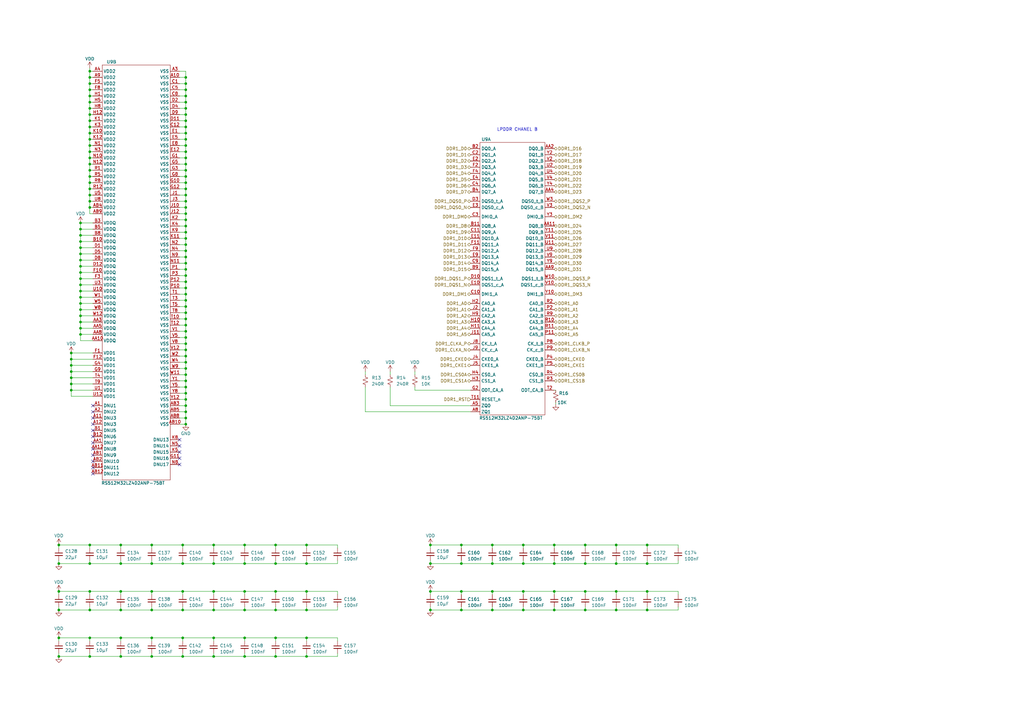
<source format=kicad_sch>
(kicad_sch (version 20230121) (generator eeschema)
  (paper "A3")
  (title_block (title "LPDDR chip 2 circuit") (date "2023-04-05") (rev "A"))
  (junction (at 76.2 158.75))
  (junction (at 87.63 250.19))
  (junction (at 24.13 250.19))
  (junction (at 33.02 101.6))
  (junction (at 265.43 223.52))
  (junction (at 36.83 31.75))
  (junction (at 76.2 123.19))
  (junction (at 125.73 250.19))
  (junction (at 62.23 231.14))
  (junction (at 36.83 59.69))
  (junction (at 76.2 64.77))
  (junction (at 49.53 261.62))
  (junction (at 36.83 67.31))
  (junction (at 36.83 46.99))
  (junction (at 36.83 41.91))
  (junction (at 76.2 87.63))
  (junction (at 36.83 250.19))
  (junction (at 76.2 67.31))
  (junction (at 36.83 231.14))
  (junction (at 36.83 69.85))
  (junction (at 49.53 242.57))
  (junction (at 125.73 261.62))
  (junction (at 74.93 261.62))
  (junction (at 62.23 242.57))
  (junction (at 76.2 74.93))
  (junction (at 76.2 102.87))
  (junction (at 76.2 100.33))
  (junction (at 74.93 242.57))
  (junction (at 29.21 147.32))
  (junction (at 36.83 242.57))
  (junction (at 36.83 82.55))
  (junction (at 125.73 223.52))
  (junction (at 36.83 36.83))
  (junction (at 62.23 250.19))
  (junction (at 36.83 74.93))
  (junction (at 33.02 111.76))
  (junction (at 76.2 31.75))
  (junction (at 76.2 120.65))
  (junction (at 87.63 231.14))
  (junction (at 33.02 116.84))
  (junction (at 76.2 146.05))
  (junction (at 76.2 77.47))
  (junction (at 36.83 64.77))
  (junction (at 189.23 250.19))
  (junction (at 36.83 80.01))
  (junction (at 76.2 153.67))
  (junction (at 49.53 223.52))
  (junction (at 33.02 91.44))
  (junction (at 100.33 250.19))
  (junction (at 76.2 69.85))
  (junction (at 74.93 223.52))
  (junction (at 36.83 269.24))
  (junction (at 76.2 80.01))
  (junction (at 74.93 269.24))
  (junction (at 76.2 138.43))
  (junction (at 29.21 149.86))
  (junction (at 76.2 156.21))
  (junction (at 29.21 152.4))
  (junction (at 125.73 231.14))
  (junction (at 36.83 49.53))
  (junction (at 76.2 52.07))
  (junction (at 76.2 173.99))
  (junction (at 76.2 107.95))
  (junction (at 29.21 154.94))
  (junction (at 49.53 231.14))
  (junction (at 265.43 242.57))
  (junction (at 36.83 62.23))
  (junction (at 76.2 128.27))
  (junction (at 100.33 261.62))
  (junction (at 76.2 115.57))
  (junction (at 252.73 250.19))
  (junction (at 76.2 49.53))
  (junction (at 29.21 144.78))
  (junction (at 29.21 160.02))
  (junction (at 33.02 134.62))
  (junction (at 252.73 231.14))
  (junction (at 87.63 242.57))
  (junction (at 76.2 39.37))
  (junction (at 176.53 231.14))
  (junction (at 113.03 250.19))
  (junction (at 33.02 106.68))
  (junction (at 62.23 269.24))
  (junction (at 214.63 250.19))
  (junction (at 113.03 242.57))
  (junction (at 87.63 269.24))
  (junction (at 76.2 46.99))
  (junction (at 36.83 261.62))
  (junction (at 189.23 231.14))
  (junction (at 76.2 57.15))
  (junction (at 176.53 223.52))
  (junction (at 176.53 250.19))
  (junction (at 33.02 96.52))
  (junction (at 33.02 114.3))
  (junction (at 227.33 223.52))
  (junction (at 201.93 242.57))
  (junction (at 201.93 223.52))
  (junction (at 76.2 148.59))
  (junction (at 76.2 41.91))
  (junction (at 36.83 52.07))
  (junction (at 76.2 110.49))
  (junction (at 36.83 72.39))
  (junction (at 76.2 90.17))
  (junction (at 33.02 121.92))
  (junction (at 87.63 261.62))
  (junction (at 201.93 231.14))
  (junction (at 76.2 85.09))
  (junction (at 76.2 62.23))
  (junction (at 33.02 109.22))
  (junction (at 76.2 161.29))
  (junction (at 227.33 250.19))
  (junction (at 36.83 57.15))
  (junction (at 252.73 223.52))
  (junction (at 76.2 44.45))
  (junction (at 252.73 242.57))
  (junction (at 24.13 242.57))
  (junction (at 76.2 92.71))
  (junction (at 76.2 59.69))
  (junction (at 113.03 223.52))
  (junction (at 33.02 93.98))
  (junction (at 36.83 44.45))
  (junction (at 49.53 250.19))
  (junction (at 76.2 95.25))
  (junction (at 100.33 269.24))
  (junction (at 76.2 97.79))
  (junction (at 113.03 261.62))
  (junction (at 33.02 129.54))
  (junction (at 76.2 125.73))
  (junction (at 33.02 137.16))
  (junction (at 240.03 242.57))
  (junction (at 74.93 250.19))
  (junction (at 113.03 231.14))
  (junction (at 33.02 104.14))
  (junction (at 24.13 261.62))
  (junction (at 49.53 269.24))
  (junction (at 189.23 242.57))
  (junction (at 214.63 223.52))
  (junction (at 33.02 119.38))
  (junction (at 265.43 231.14))
  (junction (at 76.2 135.89))
  (junction (at 214.63 242.57))
  (junction (at 76.2 36.83))
  (junction (at 76.2 118.11))
  (junction (at 24.13 269.24))
  (junction (at 36.83 29.21))
  (junction (at 36.83 34.29))
  (junction (at 227.33 231.14))
  (junction (at 240.03 223.52))
  (junction (at 24.13 223.52))
  (junction (at 76.2 171.45))
  (junction (at 74.93 231.14))
  (junction (at 265.43 250.19))
  (junction (at 76.2 54.61))
  (junction (at 87.63 223.52))
  (junction (at 76.2 130.81))
  (junction (at 36.83 77.47))
  (junction (at 76.2 133.35))
  (junction (at 100.33 223.52))
  (junction (at 201.93 250.19))
  (junction (at 62.23 261.62))
  (junction (at 125.73 269.24))
  (junction (at 240.03 231.14))
  (junction (at 76.2 113.03))
  (junction (at 76.2 143.51))
  (junction (at 76.2 82.55))
  (junction (at 33.02 99.06))
  (junction (at 240.03 250.19))
  (junction (at 62.23 223.52))
  (junction (at 100.33 242.57))
  (junction (at 33.02 132.08))
  (junction (at 100.33 231.14))
  (junction (at 29.21 157.48))
  (junction (at 227.33 242.57))
  (junction (at 76.2 166.37))
  (junction (at 33.02 124.46))
  (junction (at 36.83 85.09))
  (junction (at 76.2 163.83))
  (junction (at 76.2 72.39))
  (junction (at 76.2 34.29))
  (junction (at 76.2 151.13))
  (junction (at 76.2 168.91))
  (junction (at 36.83 54.61))
  (junction (at 76.2 105.41))
  (junction (at 24.13 231.14))
  (junction (at 176.53 242.57))
  (junction (at 33.02 127))
  (junction (at 36.83 223.52))
  (junction (at 125.73 242.57))
  (junction (at 113.03 269.24))
  (junction (at 214.63 231.14))
  (junction (at 189.23 223.52))
  (junction (at 76.2 140.97))
  (junction (at 36.83 39.37))
  (no_connect (at 73.66 187.96))
  (no_connect (at 38.1 181.61))
  (no_connect (at 38.1 184.15))
  (no_connect (at 38.1 186.69))
  (no_connect (at 73.66 180.34))
  (no_connect (at 38.1 194.31))
  (no_connect (at 38.1 191.77))
  (no_connect (at 38.1 179.07))
  (no_connect (at 38.1 166.37))
  (no_connect (at 73.66 185.42))
  (no_connect (at 38.1 168.91))
  (no_connect (at 38.1 176.53))
  (no_connect (at 73.66 182.88))
  (no_connect (at 38.1 171.45))
  (no_connect (at 38.1 189.23))
  (no_connect (at 38.1 173.99))
  (no_connect (at 73.66 190.5))
  (wire (pts (xy 76.2 80.01) (xy 76.2 77.47)))
  (wire (pts (xy 33.02 96.52) (xy 38.1 96.52)))
  (wire (pts (xy 24.13 229.87) (xy 24.13 231.14)))
  (wire (pts (xy 73.66 95.25) (xy 76.2 95.25)))
  (wire (pts (xy 36.83 80.01) (xy 38.1 80.01)))
  (wire (pts (xy 73.66 34.29) (xy 76.2 34.29)))
  (wire (pts (xy 36.83 72.39) (xy 36.83 74.93)))
  (wire (pts (xy 265.43 248.92) (xy 265.43 250.19)))
  (wire (pts (xy 76.2 138.43) (xy 76.2 135.89)))
  (wire (pts (xy 36.83 39.37) (xy 36.83 41.91)))
  (wire (pts (xy 29.21 149.86) (xy 38.1 149.86)))
  (wire (pts (xy 29.21 160.02) (xy 29.21 157.48)))
  (wire (pts (xy 138.43 269.24) (xy 138.43 267.97)))
  (wire (pts (xy 189.23 248.92) (xy 189.23 250.19)))
  (wire (pts (xy 73.66 146.05) (xy 76.2 146.05)))
  (wire (pts (xy 73.66 57.15) (xy 76.2 57.15)))
  (wire (pts (xy 36.83 69.85) (xy 36.83 72.39)))
  (wire (pts (xy 125.73 269.24) (xy 138.43 269.24)))
  (wire (pts (xy 36.83 62.23) (xy 36.83 64.77)))
  (wire (pts (xy 76.2 113.03) (xy 76.2 110.49)))
  (wire (pts (xy 160.02 152.4) (xy 160.02 153.67)))
  (wire (pts (xy 36.83 57.15) (xy 38.1 57.15)))
  (wire (pts (xy 76.2 140.97) (xy 76.2 138.43)))
  (wire (pts (xy 33.02 96.52) (xy 33.02 93.98)))
  (wire (pts (xy 227.33 223.52) (xy 227.33 224.79)))
  (wire (pts (xy 49.53 248.92) (xy 49.53 250.19)))
  (wire (pts (xy 73.66 163.83) (xy 76.2 163.83)))
  (wire (pts (xy 201.93 231.14) (xy 214.63 231.14)))
  (wire (pts (xy 36.83 52.07) (xy 36.83 54.61)))
  (wire (pts (xy 33.02 104.14) (xy 33.02 101.6)))
  (wire (pts (xy 76.2 133.35) (xy 76.2 130.81)))
  (wire (pts (xy 24.13 248.92) (xy 24.13 250.19)))
  (wire (pts (xy 125.73 229.87) (xy 125.73 231.14)))
  (wire (pts (xy 160.02 166.37) (xy 160.02 158.75)))
  (wire (pts (xy 87.63 269.24) (xy 100.33 269.24)))
  (wire (pts (xy 113.03 248.92) (xy 113.03 250.19)))
  (wire (pts (xy 36.83 64.77) (xy 36.83 67.31)))
  (wire (pts (xy 76.2 69.85) (xy 76.2 67.31)))
  (wire (pts (xy 36.83 87.63) (xy 36.83 85.09)))
  (wire (pts (xy 49.53 223.52) (xy 62.23 223.52)))
  (wire (pts (xy 278.13 231.14) (xy 278.13 229.87)))
  (wire (pts (xy 87.63 229.87) (xy 87.63 231.14)))
  (wire (pts (xy 73.66 67.31) (xy 76.2 67.31)))
  (wire (pts (xy 73.66 64.77) (xy 76.2 64.77)))
  (wire (pts (xy 36.83 74.93) (xy 36.83 77.47)))
  (wire (pts (xy 24.13 269.24) (xy 36.83 269.24)))
  (wire (pts (xy 73.66 62.23) (xy 76.2 62.23)))
  (wire (pts (xy 33.02 127) (xy 33.02 124.46)))
  (wire (pts (xy 73.66 69.85) (xy 76.2 69.85)))
  (wire (pts (xy 113.03 250.19) (xy 125.73 250.19)))
  (wire (pts (xy 278.13 223.52) (xy 278.13 224.79)))
  (wire (pts (xy 76.2 146.05) (xy 76.2 143.51)))
  (wire (pts (xy 49.53 242.57) (xy 49.53 243.84)))
  (wire (pts (xy 24.13 242.57) (xy 24.13 243.84)))
  (wire (pts (xy 73.66 166.37) (xy 76.2 166.37)))
  (wire (pts (xy 176.53 231.14) (xy 189.23 231.14)))
  (wire (pts (xy 36.83 49.53) (xy 38.1 49.53)))
  (wire (pts (xy 36.83 31.75) (xy 38.1 31.75)))
  (wire (pts (xy 100.33 267.97) (xy 100.33 269.24)))
  (wire (pts (xy 76.2 118.11) (xy 76.2 115.57)))
  (wire (pts (xy 73.66 158.75) (xy 76.2 158.75)))
  (wire (pts (xy 36.83 223.52) (xy 49.53 223.52)))
  (wire (pts (xy 87.63 248.92) (xy 87.63 250.19)))
  (wire (pts (xy 73.66 54.61) (xy 76.2 54.61)))
  (wire (pts (xy 176.53 250.19) (xy 189.23 250.19)))
  (wire (pts (xy 201.93 242.57) (xy 214.63 242.57)))
  (wire (pts (xy 227.33 250.19) (xy 240.03 250.19)))
  (wire (pts (xy 176.53 248.92) (xy 176.53 250.19)))
  (wire (pts (xy 36.83 67.31) (xy 38.1 67.31)))
  (wire (pts (xy 176.53 223.52) (xy 189.23 223.52)))
  (wire (pts (xy 36.83 248.92) (xy 36.83 250.19)))
  (wire (pts (xy 76.2 29.21) (xy 73.66 29.21)))
  (wire (pts (xy 73.66 85.09) (xy 76.2 85.09)))
  (wire (pts (xy 87.63 261.62) (xy 74.93 261.62)))
  (wire (pts (xy 36.83 242.57) (xy 36.83 243.84)))
  (wire (pts (xy 87.63 242.57) (xy 87.63 243.84)))
  (wire (pts (xy 76.2 72.39) (xy 76.2 69.85)))
  (wire (pts (xy 33.02 106.68) (xy 33.02 104.14)))
  (wire (pts (xy 189.23 242.57) (xy 189.23 243.84)))
  (wire (pts (xy 76.2 168.91) (xy 76.2 166.37)))
  (wire (pts (xy 36.83 41.91) (xy 38.1 41.91)))
  (wire (pts (xy 36.83 85.09) (xy 36.83 82.55)))
  (wire (pts (xy 36.83 46.99) (xy 38.1 46.99)))
  (wire (pts (xy 76.2 59.69) (xy 76.2 57.15)))
  (wire (pts (xy 33.02 106.68) (xy 38.1 106.68)))
  (wire (pts (xy 49.53 242.57) (xy 36.83 242.57)))
  (wire (pts (xy 36.83 57.15) (xy 36.83 59.69)))
  (wire (pts (xy 113.03 261.62) (xy 100.33 261.62)))
  (wire (pts (xy 73.66 82.55) (xy 76.2 82.55)))
  (wire (pts (xy 87.63 223.52) (xy 87.63 224.79)))
  (wire (pts (xy 62.23 250.19) (xy 74.93 250.19)))
  (wire (pts (xy 100.33 261.62) (xy 100.33 262.89)))
  (wire (pts (xy 87.63 250.19) (xy 100.33 250.19)))
  (wire (pts (xy 33.02 99.06) (xy 38.1 99.06)))
  (wire (pts (xy 76.2 46.99) (xy 76.2 44.45)))
  (wire (pts (xy 49.53 267.97) (xy 49.53 269.24)))
  (wire (pts (xy 36.83 261.62) (xy 36.83 262.89)))
  (wire (pts (xy 73.66 168.91) (xy 76.2 168.91)))
  (wire (pts (xy 62.23 223.52) (xy 74.93 223.52)))
  (wire (pts (xy 73.66 77.47) (xy 76.2 77.47)))
  (wire (pts (xy 113.03 242.57) (xy 100.33 242.57)))
  (wire (pts (xy 76.2 173.99) (xy 76.2 171.45)))
  (wire (pts (xy 76.2 161.29) (xy 76.2 158.75)))
  (wire (pts (xy 240.03 250.19) (xy 252.73 250.19)))
  (wire (pts (xy 201.93 243.84) (xy 201.93 242.57)))
  (wire (pts (xy 36.83 36.83) (xy 36.83 39.37)))
  (wire (pts (xy 76.2 44.45) (xy 76.2 41.91)))
  (wire (pts (xy 87.63 231.14) (xy 74.93 231.14)))
  (wire (pts (xy 240.03 223.52) (xy 240.03 224.79)))
  (wire (pts (xy 29.21 144.78) (xy 38.1 144.78)))
  (wire (pts (xy 36.83 67.31) (xy 36.83 69.85)))
  (wire (pts (xy 76.2 123.19) (xy 76.2 120.65)))
  (wire (pts (xy 36.83 72.39) (xy 38.1 72.39)))
  (wire (pts (xy 29.21 147.32) (xy 29.21 144.78)))
  (wire (pts (xy 170.18 160.02) (xy 170.18 158.75)))
  (wire (pts (xy 87.63 242.57) (xy 74.93 242.57)))
  (wire (pts (xy 36.83 36.83) (xy 38.1 36.83)))
  (wire (pts (xy 29.21 154.94) (xy 38.1 154.94)))
  (wire (pts (xy 214.63 223.52) (xy 227.33 223.52)))
  (wire (pts (xy 33.02 116.84) (xy 33.02 114.3)))
  (wire (pts (xy 73.66 46.99) (xy 76.2 46.99)))
  (wire (pts (xy 24.13 267.97) (xy 24.13 269.24)))
  (wire (pts (xy 33.02 116.84) (xy 38.1 116.84)))
  (wire (pts (xy 214.63 248.92) (xy 214.63 250.19)))
  (wire (pts (xy 36.83 59.69) (xy 36.83 62.23)))
  (wire (pts (xy 73.66 156.21) (xy 76.2 156.21)))
  (wire (pts (xy 176.53 224.79) (xy 176.53 223.52)))
  (wire (pts (xy 113.03 223.52) (xy 100.33 223.52)))
  (wire (pts (xy 29.21 147.32) (xy 38.1 147.32)))
  (wire (pts (xy 36.83 29.21) (xy 38.1 29.21)))
  (wire (pts (xy 73.66 87.63) (xy 76.2 87.63)))
  (wire (pts (xy 33.02 109.22) (xy 33.02 106.68)))
  (wire (pts (xy 36.83 34.29) (xy 36.83 31.75)))
  (wire (pts (xy 62.23 261.62) (xy 49.53 261.62)))
  (wire (pts (xy 73.66 105.41) (xy 76.2 105.41)))
  (wire (pts (xy 74.93 223.52) (xy 87.63 223.52)))
  (wire (pts (xy 33.02 114.3) (xy 33.02 111.76)))
  (wire (pts (xy 227.33 231.14) (xy 240.03 231.14)))
  (wire (pts (xy 265.43 223.52) (xy 278.13 223.52)))
  (wire (pts (xy 76.2 92.71) (xy 76.2 90.17)))
  (wire (pts (xy 74.93 261.62) (xy 62.23 261.62)))
  (wire (pts (xy 49.53 269.24) (xy 62.23 269.24)))
  (wire (pts (xy 113.03 231.14) (xy 100.33 231.14)))
  (wire (pts (xy 76.2 52.07) (xy 76.2 49.53)))
  (wire (pts (xy 76.2 62.23) (xy 76.2 59.69)))
  (wire (pts (xy 214.63 223.52) (xy 214.63 224.79)))
  (wire (pts (xy 33.02 124.46) (xy 33.02 121.92)))
  (wire (pts (xy 76.2 125.73) (xy 76.2 123.19)))
  (wire (pts (xy 138.43 229.87) (xy 138.43 231.14)))
  (wire (pts (xy 36.83 77.47) (xy 36.83 80.01)))
  (wire (pts (xy 227.33 248.92) (xy 227.33 250.19)))
  (wire (pts (xy 100.33 223.52) (xy 100.33 224.79)))
  (wire (pts (xy 33.02 93.98) (xy 33.02 91.44)))
  (wire (pts (xy 138.43 231.14) (xy 125.73 231.14)))
  (wire (pts (xy 38.1 87.63) (xy 36.83 87.63)))
  (wire (pts (xy 29.21 160.02) (xy 38.1 160.02)))
  (wire (pts (xy 73.66 120.65) (xy 76.2 120.65)))
  (wire (pts (xy 73.66 31.75) (xy 76.2 31.75)))
  (wire (pts (xy 76.2 143.51) (xy 76.2 140.97)))
  (wire (pts (xy 240.03 242.57) (xy 240.03 243.84)))
  (wire (pts (xy 62.23 242.57) (xy 49.53 242.57)))
  (wire (pts (xy 33.02 121.92) (xy 33.02 119.38)))
  (wire (pts (xy 36.83 69.85) (xy 38.1 69.85)))
  (wire (pts (xy 76.2 57.15) (xy 76.2 54.61)))
  (wire (pts (xy 125.73 242.57) (xy 113.03 242.57)))
  (wire (pts (xy 29.21 149.86) (xy 29.21 147.32)))
  (wire (pts (xy 36.83 267.97) (xy 36.83 269.24)))
  (wire (pts (xy 73.66 123.19) (xy 76.2 123.19)))
  (wire (pts (xy 265.43 223.52) (xy 265.43 224.79)))
  (wire (pts (xy 33.02 109.22) (xy 38.1 109.22)))
  (wire (pts (xy 227.965 165.1) (xy 227.965 165.735)))
  (wire (pts (xy 87.63 267.97) (xy 87.63 269.24)))
  (wire (pts (xy 76.2 39.37) (xy 76.2 36.83)))
  (wire (pts (xy 33.02 101.6) (xy 38.1 101.6)))
  (wire (pts (xy 170.18 152.4) (xy 170.18 153.67)))
  (wire (pts (xy 176.53 242.57) (xy 176.53 243.84)))
  (wire (pts (xy 36.83 29.21) (xy 36.83 27.94)))
  (wire (pts (xy 62.23 261.62) (xy 62.23 262.89)))
  (wire (pts (xy 76.2 82.55) (xy 76.2 80.01)))
  (wire (pts (xy 73.66 130.81) (xy 76.2 130.81)))
  (wire (pts (xy 36.83 59.69) (xy 38.1 59.69)))
  (wire (pts (xy 36.83 54.61) (xy 36.83 57.15)))
  (wire (pts (xy 49.53 261.62) (xy 36.83 261.62)))
  (wire (pts (xy 73.66 74.93) (xy 76.2 74.93)))
  (wire (pts (xy 62.23 223.52) (xy 62.23 224.79)))
  (wire (pts (xy 76.2 31.75) (xy 76.2 29.21)))
  (wire (pts (xy 74.93 261.62) (xy 74.93 262.89)))
  (wire (pts (xy 138.43 250.19) (xy 138.43 248.92)))
  (wire (pts (xy 36.83 64.77) (xy 38.1 64.77)))
  (wire (pts (xy 252.73 250.19) (xy 265.43 250.19)))
  (wire (pts (xy 227.33 223.52) (xy 240.03 223.52)))
  (wire (pts (xy 36.83 229.87) (xy 36.83 231.14)))
  (wire (pts (xy 73.66 153.67) (xy 76.2 153.67)))
  (wire (pts (xy 73.66 92.71) (xy 76.2 92.71)))
  (wire (pts (xy 74.93 250.19) (xy 87.63 250.19)))
  (wire (pts (xy 201.93 223.52) (xy 201.93 224.79)))
  (wire (pts (xy 73.66 39.37) (xy 76.2 39.37)))
  (wire (pts (xy 73.66 118.11) (xy 76.2 118.11)))
  (wire (pts (xy 73.66 140.97) (xy 76.2 140.97)))
  (wire (pts (xy 36.83 82.55) (xy 38.1 82.55)))
  (wire (pts (xy 36.83 242.57) (xy 24.13 242.57)))
  (wire (pts (xy 76.2 151.13) (xy 76.2 148.59)))
  (wire (pts (xy 76.2 156.21) (xy 76.2 153.67)))
  (wire (pts (xy 76.2 105.41) (xy 76.2 102.87)))
  (wire (pts (xy 100.33 269.24) (xy 113.03 269.24)))
  (wire (pts (xy 76.2 67.31) (xy 76.2 64.77)))
  (wire (pts (xy 33.02 129.54) (xy 33.02 127)))
  (wire (pts (xy 125.73 261.62) (xy 125.73 262.89)))
  (wire (pts (xy 74.93 229.87) (xy 74.93 231.14)))
  (wire (pts (xy 214.63 242.57) (xy 227.33 242.57)))
  (wire (pts (xy 76.2 163.83) (xy 76.2 161.29)))
  (wire (pts (xy 73.66 90.17) (xy 76.2 90.17)))
  (wire (pts (xy 49.53 250.19) (xy 62.23 250.19)))
  (wire (pts (xy 125.73 223.52) (xy 113.03 223.52)))
  (wire (pts (xy 201.93 223.52) (xy 214.63 223.52)))
  (wire (pts (xy 76.2 95.25) (xy 76.2 92.71)))
  (wire (pts (xy 113.03 269.24) (xy 125.73 269.24)))
  (wire (pts (xy 24.13 223.52) (xy 24.13 224.79)))
  (wire (pts (xy 73.66 133.35) (xy 76.2 133.35)))
  (wire (pts (xy 189.23 229.87) (xy 189.23 231.14)))
  (wire (pts (xy 201.93 229.87) (xy 201.93 231.14)))
  (wire (pts (xy 74.93 242.57) (xy 62.23 242.57)))
  (wire (pts (xy 76.2 41.91) (xy 76.2 39.37)))
  (wire (pts (xy 76.2 49.53) (xy 76.2 46.99)))
  (wire (pts (xy 73.66 100.33) (xy 76.2 100.33)))
  (wire (pts (xy 62.23 267.97) (xy 62.23 269.24)))
  (wire (pts (xy 76.2 36.83) (xy 76.2 34.29)))
  (wire (pts (xy 29.21 162.56) (xy 29.21 160.02)))
  (wire (pts (xy 214.63 229.87) (xy 214.63 231.14)))
  (wire (pts (xy 87.63 223.52) (xy 100.33 223.52)))
  (wire (pts (xy 138.43 242.57) (xy 125.73 242.57)))
  (wire (pts (xy 33.02 119.38) (xy 38.1 119.38)))
  (wire (pts (xy 73.66 72.39) (xy 76.2 72.39)))
  (wire (pts (xy 138.43 223.52) (xy 125.73 223.52)))
  (wire (pts (xy 33.02 127) (xy 38.1 127)))
  (wire (pts (xy 125.73 267.97) (xy 125.73 269.24)))
  (wire (pts (xy 100.33 242.57) (xy 87.63 242.57)))
  (wire (pts (xy 113.03 242.57) (xy 113.03 243.84)))
  (wire (pts (xy 62.23 242.57) (xy 62.23 243.84)))
  (wire (pts (xy 73.66 80.01) (xy 76.2 80.01)))
  (wire (pts (xy 73.66 110.49) (xy 76.2 110.49)))
  (wire (pts (xy 76.2 120.65) (xy 76.2 118.11)))
  (wire (pts (xy 252.73 223.52) (xy 252.73 224.79)))
  (wire (pts (xy 125.73 231.14) (xy 113.03 231.14)))
  (wire (pts (xy 74.93 223.52) (xy 74.93 224.79)))
  (wire (pts (xy 36.83 231.14) (xy 24.13 231.14)))
  (wire (pts (xy 33.02 91.44) (xy 38.1 91.44)))
  (wire (pts (xy 76.2 107.95) (xy 76.2 105.41)))
  (wire (pts (xy 176.53 229.87) (xy 176.53 231.14)))
  (wire (pts (xy 74.93 248.92) (xy 74.93 250.19)))
  (wire (pts (xy 76.2 115.57) (xy 76.2 113.03)))
  (wire (pts (xy 73.66 171.45) (xy 76.2 171.45)))
  (wire (pts (xy 76.2 90.17) (xy 76.2 87.63)))
  (wire (pts (xy 100.33 261.62) (xy 87.63 261.62)))
  (wire (pts (xy 36.83 54.61) (xy 38.1 54.61)))
  (wire (pts (xy 76.2 110.49) (xy 76.2 107.95)))
  (wire (pts (xy 240.03 229.87) (xy 240.03 231.14)))
  (wire (pts (xy 138.43 243.84) (xy 138.43 242.57)))
  (wire (pts (xy 76.2 130.81) (xy 76.2 128.27)))
  (wire (pts (xy 33.02 104.14) (xy 38.1 104.14)))
  (wire (pts (xy 252.73 242.57) (xy 252.73 243.84)))
  (wire (pts (xy 113.03 223.52) (xy 113.03 224.79)))
  (wire (pts (xy 36.83 74.93) (xy 38.1 74.93)))
  (wire (pts (xy 74.93 231.14) (xy 62.23 231.14)))
  (wire (pts (xy 76.2 158.75) (xy 76.2 156.21)))
  (wire (pts (xy 33.02 137.16) (xy 38.1 137.16)))
  (wire (pts (xy 73.66 113.03) (xy 76.2 113.03)))
  (wire (pts (xy 33.02 119.38) (xy 33.02 116.84)))
  (wire (pts (xy 73.66 44.45) (xy 76.2 44.45)))
  (wire (pts (xy 33.02 137.16) (xy 33.02 134.62)))
  (wire (pts (xy 138.43 224.79) (xy 138.43 223.52)))
  (wire (pts (xy 74.93 269.24) (xy 87.63 269.24)))
  (wire (pts (xy 201.93 250.19) (xy 214.63 250.19)))
  (wire (pts (xy 73.66 161.29) (xy 76.2 161.29)))
  (wire (pts (xy 73.66 102.87) (xy 76.2 102.87)))
  (wire (pts (xy 29.21 154.94) (xy 29.21 152.4)))
  (wire (pts (xy 36.83 31.75) (xy 36.83 29.21)))
  (wire (pts (xy 62.23 231.14) (xy 49.53 231.14)))
  (wire (pts (xy 36.83 49.53) (xy 36.83 52.07)))
  (wire (pts (xy 240.03 248.92) (xy 240.03 250.19)))
  (wire (pts (xy 278.13 250.19) (xy 278.13 248.92)))
  (wire (pts (xy 36.83 250.19) (xy 49.53 250.19)))
  (wire (pts (xy 74.93 242.57) (xy 74.93 243.84)))
  (wire (pts (xy 33.02 134.62) (xy 33.02 132.08)))
  (wire (pts (xy 227.33 229.87) (xy 227.33 231.14)))
  (wire (pts (xy 73.66 97.79) (xy 76.2 97.79)))
  (wire (pts (xy 33.02 114.3) (xy 38.1 114.3)))
  (wire (pts (xy 149.86 152.4) (xy 149.86 153.67)))
  (wire (pts (xy 113.03 261.62) (xy 113.03 262.89)))
  (wire (pts (xy 100.33 229.87) (xy 100.33 231.14)))
  (wire (pts (xy 76.2 102.87) (xy 76.2 100.33)))
  (wire (pts (xy 76.2 135.89) (xy 76.2 133.35)))
  (wire (pts (xy 24.13 250.19) (xy 36.83 250.19)))
  (wire (pts (xy 265.43 231.14) (xy 278.13 231.14)))
  (wire (pts (xy 149.86 168.91) (xy 193.04 168.91)))
  (wire (pts (xy 73.66 59.69) (xy 76.2 59.69)))
  (wire (pts (xy 240.03 231.14) (xy 252.73 231.14)))
  (wire (pts (xy 76.2 64.77) (xy 76.2 62.23)))
  (wire (pts (xy 252.73 229.87) (xy 252.73 231.14)))
  (wire (pts (xy 189.23 250.19) (xy 201.93 250.19)))
  (wire (pts (xy 33.02 111.76) (xy 33.02 109.22)))
  (wire (pts (xy 73.66 143.51) (xy 76.2 143.51)))
  (wire (pts (xy 49.53 224.79) (xy 49.53 223.52)))
  (wire (pts (xy 29.21 157.48) (xy 38.1 157.48)))
  (wire (pts (xy 74.93 267.97) (xy 74.93 269.24)))
  (wire (pts (xy 176.53 242.57) (xy 189.23 242.57)))
  (wire (pts (xy 138.43 262.89) (xy 138.43 261.62)))
  (wire (pts (xy 214.63 242.57) (xy 214.63 243.84)))
  (wire (pts (xy 252.73 248.92) (xy 252.73 250.19)))
  (wire (pts (xy 113.03 229.87) (xy 113.03 231.14)))
  (wire (pts (xy 227.33 242.57) (xy 240.03 242.57)))
  (wire (pts (xy 76.2 148.59) (xy 76.2 146.05)))
  (wire (pts (xy 49.53 231.14) (xy 36.83 231.14)))
  (wire (pts (xy 49.53 229.87) (xy 49.53 231.14)))
  (wire (pts (xy 33.02 129.54) (xy 38.1 129.54)))
  (wire (pts (xy 113.03 267.97) (xy 113.03 269.24)))
  (wire (pts (xy 265.43 242.57) (xy 278.13 242.57)))
  (wire (pts (xy 189.23 242.57) (xy 201.93 242.57)))
  (wire (pts (xy 33.02 121.92) (xy 38.1 121.92)))
  (wire (pts (xy 36.83 44.45) (xy 36.83 46.99)))
  (wire (pts (xy 33.02 93.98) (xy 38.1 93.98)))
  (wire (pts (xy 252.73 223.52) (xy 265.43 223.52)))
  (wire (pts (xy 73.66 128.27) (xy 76.2 128.27)))
  (wire (pts (xy 36.83 46.99) (xy 36.83 49.53)))
  (wire (pts (xy 62.23 269.24) (xy 74.93 269.24)))
  (wire (pts (xy 33.02 111.76) (xy 38.1 111.76)))
  (wire (pts (xy 214.63 250.19) (xy 227.33 250.19)))
  (wire (pts (xy 227.33 242.57) (xy 227.33 243.84)))
  (wire (pts (xy 62.23 229.87) (xy 62.23 231.14)))
  (wire (pts (xy 73.66 148.59) (xy 76.2 148.59)))
  (wire (pts (xy 87.63 261.62) (xy 87.63 262.89)))
  (wire (pts (xy 36.83 41.91) (xy 36.83 44.45)))
  (wire (pts (xy 100.33 250.19) (xy 113.03 250.19)))
  (wire (pts (xy 36.83 34.29) (xy 36.83 36.83)))
  (wire (pts (xy 278.13 242.57) (xy 278.13 243.84)))
  (wire (pts (xy 36.83 85.09) (xy 38.1 85.09)))
  (wire (pts (xy 29.21 162.56) (xy 38.1 162.56)))
  (wire (pts (xy 240.03 242.57) (xy 252.73 242.57)))
  (wire (pts (xy 36.83 82.55) (xy 36.83 80.01)))
  (wire (pts (xy 76.2 153.67) (xy 76.2 151.13)))
  (wire (pts (xy 33.02 132.08) (xy 33.02 129.54)))
  (wire (pts (xy 33.02 132.08) (xy 38.1 132.08)))
  (wire (pts (xy 265.43 242.57) (xy 265.43 243.84)))
  (wire (pts (xy 214.63 231.14) (xy 227.33 231.14)))
  (wire (pts (xy 29.21 152.4) (xy 38.1 152.4)))
  (wire (pts (xy 29.21 152.4) (xy 29.21 149.86)))
  (wire (pts (xy 125.73 250.19) (xy 138.43 250.19)))
  (wire (pts (xy 160.02 166.37) (xy 193.04 166.37)))
  (wire (pts (xy 38.1 139.7) (xy 33.02 139.7)))
  (wire (pts (xy 73.66 173.99) (xy 76.2 173.99)))
  (wire (pts (xy 189.23 223.52) (xy 201.93 223.52)))
  (wire (pts (xy 24.13 261.62) (xy 24.13 262.89)))
  (wire (pts (xy 76.2 100.33) (xy 76.2 97.79)))
  (wire (pts (xy 29.21 157.48) (xy 29.21 154.94)))
  (wire (pts (xy 138.43 261.62) (xy 125.73 261.62)))
  (wire (pts (xy 125.73 242.57) (xy 125.73 243.84)))
  (wire (pts (xy 36.83 269.24) (xy 49.53 269.24)))
  (wire (pts (xy 38.1 77.47) (xy 36.83 77.47)))
  (wire (pts (xy 73.66 41.91) (xy 76.2 41.91)))
  (wire (pts (xy 240.03 223.52) (xy 252.73 223.52)))
  (wire (pts (xy 62.23 248.92) (xy 62.23 250.19)))
  (wire (pts (xy 76.2 166.37) (xy 76.2 163.83)))
  (wire (pts (xy 76.2 34.29) (xy 76.2 31.75)))
  (wire (pts (xy 73.66 151.13) (xy 76.2 151.13)))
  (wire (pts (xy 76.2 128.27) (xy 76.2 125.73)))
  (wire (pts (xy 36.83 52.07) (xy 38.1 52.07)))
  (wire (pts (xy 252.73 242.57) (xy 265.43 242.57)))
  (wire (pts (xy 73.66 125.73) (xy 76.2 125.73)))
  (wire (pts (xy 170.18 160.02) (xy 193.04 160.02)))
  (wire (pts (xy 33.02 139.7) (xy 33.02 137.16)))
  (wire (pts (xy 73.66 107.95) (xy 76.2 107.95)))
  (wire (pts (xy 100.33 231.14) (xy 87.63 231.14)))
  (wire (pts (xy 36.83 62.23) (xy 38.1 62.23)))
  (wire (pts (xy 76.2 77.47) (xy 76.2 74.93)))
  (wire (pts (xy 100.33 242.57) (xy 100.33 243.84)))
  (wire (pts (xy 100.33 248.92) (xy 100.33 250.19)))
  (wire (pts (xy 49.53 261.62) (xy 49.53 262.89)))
  (wire (pts (xy 201.93 248.92) (xy 201.93 250.19)))
  (wire (pts (xy 149.86 168.91) (xy 149.86 158.75)))
  (wire (pts (xy 73.66 135.89) (xy 76.2 135.89)))
  (wire (pts (xy 73.66 138.43) (xy 76.2 138.43)))
  (wire (pts (xy 265.43 250.19) (xy 278.13 250.19)))
  (wire (pts (xy 24.13 223.52) (xy 36.83 223.52)))
  (wire (pts (xy 73.66 36.83) (xy 76.2 36.83)))
  (wire (pts (xy 73.66 115.57) (xy 76.2 115.57)))
  (wire (pts (xy 73.66 52.07) (xy 76.2 52.07)))
  (wire (pts (xy 125.73 223.52) (xy 125.73 224.79)))
  (wire (pts (xy 73.66 49.53) (xy 76.2 49.53)))
  (wire (pts (xy 33.02 134.62) (xy 38.1 134.62)))
  (wire (pts (xy 36.83 39.37) (xy 38.1 39.37)))
  (wire (pts (xy 76.2 171.45) (xy 76.2 168.91)))
  (wire (pts (xy 227.33 160.02) (xy 227.965 160.02)))
  (wire (pts (xy 33.02 124.46) (xy 38.1 124.46)))
  (wire (pts (xy 125.73 248.92) (xy 125.73 250.19)))
  (wire (pts (xy 76.2 97.79) (xy 76.2 95.25)))
  (wire (pts (xy 36.83 34.29) (xy 38.1 34.29)))
  (wire (pts (xy 36.83 223.52) (xy 36.83 224.79)))
  (wire (pts (xy 33.02 101.6) (xy 33.02 99.06)))
  (wire (pts (xy 125.73 261.62) (xy 113.03 261.62)))
  (wire (pts (xy 76.2 85.09) (xy 76.2 82.55)))
  (wire (pts (xy 76.2 54.61) (xy 76.2 52.07)))
  (wire (pts (xy 265.43 229.87) (xy 265.43 231.14)))
  (wire (pts (xy 189.23 223.52) (xy 189.23 224.79)))
  (wire (pts (xy 76.2 74.93) (xy 76.2 72.39)))
  (wire (pts (xy 76.2 87.63) (xy 76.2 85.09)))
  (wire (pts (xy 189.23 231.14) (xy 201.93 231.14)))
  (wire (pts (xy 36.83 44.45) (xy 38.1 44.45)))
  (wire (pts (xy 252.73 231.14) (xy 265.43 231.14)))
  (wire (pts (xy 33.02 99.06) (xy 33.02 96.52)))
  (wire (pts (xy 36.83 261.62) (xy 24.13 261.62)))
  (text "LPDDR CHANEL B" (at 203.835 53.975 0) (effects (font (size 1.27 1.27)) (justify left bottom)))
  (hierarchical_label "DDR1_A4" (shape bidirectional) (at 227.33 134.62 0))
  (hierarchical_label "DDR1_DM1" (shape bidirectional) (at 193.04 120.65 180))
  (hierarchical_label "DDR1_D7" (shape bidirectional) (at 193.04 78.74 180))
  (hierarchical_label "DDR1_CLKB_N" (shape bidirectional) (at 227.33 143.51 0))
  (hierarchical_label "DDR1_D17" (shape bidirectional) (at 227.33 63.5 0))
  (hierarchical_label "DDR1_DQS2_P" (shape bidirectional) (at 227.33 82.55 0))
  (hierarchical_label "DDR1_CKE0" (shape bidirectional) (at 193.04 147.32 180))
  (hierarchical_label "DDR1_A3" (shape bidirectional) (at 193.04 132.08 180))
  (hierarchical_label "DDR1_D29" (shape bidirectional) (at 227.33 105.41 0))
  (hierarchical_label "DDR1_A1" (shape bidirectional) (at 227.33 127 0))
  (hierarchical_label "DDR1_CS1A" (shape bidirectional) (at 193.04 156.21 180))
  (hierarchical_label "DDR1_DQS3_P" (shape bidirectional) (at 227.33 114.3 0))
  (hierarchical_label "DDR1_A3" (shape bidirectional) (at 227.33 132.08 0))
  (hierarchical_label "DDR1_D9" (shape bidirectional) (at 193.04 95.25 180))
  (hierarchical_label "DDR1_DQS1_P" (shape bidirectional) (at 193.04 114.3 180))
  (hierarchical_label "DDR1_A5" (shape bidirectional) (at 193.04 137.16 180))
  (hierarchical_label "DDR1_CKE1" (shape bidirectional) (at 227.33 149.86 0))
  (hierarchical_label "DDR1_CLKA_N" (shape bidirectional) (at 193.04 143.51 180))
  (hierarchical_label "DDR1_D6" (shape bidirectional) (at 193.04 76.2 180))
  (hierarchical_label "DDR1_DM2" (shape bidirectional) (at 227.33 88.9 0))
  (hierarchical_label "DDR1_D15" (shape bidirectional) (at 193.04 110.49 180))
  (hierarchical_label "DDR1_D20" (shape bidirectional) (at 227.33 71.12 0))
  (hierarchical_label "DDR1_CS1B" (shape bidirectional) (at 227.33 156.21 0))
  (hierarchical_label "DDR1_DQS3_N" (shape bidirectional) (at 227.33 116.84 0))
  (hierarchical_label "DDR1_A0" (shape bidirectional) (at 193.04 124.46 180))
  (hierarchical_label "DDR1_D1" (shape bidirectional) (at 193.04 63.5 180))
  (hierarchical_label "DDR1_RST" (shape input) (at 193.04 163.83 180))
  (hierarchical_label "DDR1_D21" (shape bidirectional) (at 227.33 73.66 0))
  (hierarchical_label "DDR1_D8" (shape bidirectional) (at 193.04 92.71 180))
  (hierarchical_label "DDR1_D13" (shape bidirectional) (at 193.04 105.41 180))
  (hierarchical_label "DDR1_DM3" (shape bidirectional) (at 227.33 120.65 0))
  (hierarchical_label "DDR1_CLKA_P" (shape bidirectional) (at 193.04 140.97 180))
  (hierarchical_label "DDR1_A5" (shape bidirectional) (at 227.33 137.16 0))
  (hierarchical_label "DDR1_D28" (shape bidirectional) (at 227.33 102.87 0))
  (hierarchical_label "DDR1_D25" (shape bidirectional) (at 227.33 95.25 0))
  (hierarchical_label "DDR1_D31" (shape bidirectional) (at 227.33 110.49 0))
  (hierarchical_label "DDR1_D16" (shape bidirectional) (at 227.33 60.96 0))
  (hierarchical_label "DDR1_D22" (shape bidirectional) (at 227.33 76.2 0))
  (hierarchical_label "DDR1_CKE1" (shape bidirectional) (at 193.04 149.86 180))
  (hierarchical_label "DDR1_D4" (shape bidirectional) (at 193.04 71.12 180))
  (hierarchical_label "DDR1_D2" (shape bidirectional) (at 193.04 66.04 180))
  (hierarchical_label "DDR1_D12" (shape bidirectional) (at 193.04 102.87 180))
  (hierarchical_label "DDR1_DM0" (shape bidirectional) (at 193.04 88.9 180))
  (hierarchical_label "DDR1_CS0B" (shape bidirectional) (at 227.33 153.67 0))
  (hierarchical_label "DDR1_DQS0_N" (shape bidirectional) (at 193.04 85.09 180))
  (hierarchical_label "DDR1_D26" (shape bidirectional) (at 227.33 97.79 0))
  (hierarchical_label "DDR1_DQS1_N" (shape bidirectional) (at 193.04 116.84 180))
  (hierarchical_label "DDR1_D3" (shape bidirectional) (at 193.04 68.58 180))
  (hierarchical_label "DDR1_D19" (shape bidirectional) (at 227.33 68.58 0))
  (hierarchical_label "DDR1_DQS0_P" (shape bidirectional) (at 193.04 82.55 180))
  (hierarchical_label "DDR1_D11" (shape bidirectional) (at 193.04 100.33 180))
  (hierarchical_label "DDR1_CLKB_P" (shape bidirectional) (at 227.33 140.97 0))
  (hierarchical_label "DDR1_D24" (shape bidirectional) (at 227.33 92.71 0))
  (hierarchical_label "DDR1_D0" (shape bidirectional) (at 193.04 60.96 180))
  (hierarchical_label "DDR1_A0" (shape bidirectional) (at 227.33 124.46 0))
  (hierarchical_label "DDR1_CS0A" (shape bidirectional) (at 193.04 153.67 180))
  (hierarchical_label "DDR1_A2" (shape bidirectional) (at 227.33 129.54 0))
  (hierarchical_label "DDR1_A1" (shape bidirectional) (at 193.04 127 180))
  (hierarchical_label "DDR1_A2" (shape bidirectional) (at 193.04 129.54 180))
  (hierarchical_label "DDR1_CKE0" (shape bidirectional) (at 227.33 147.32 0))
  (hierarchical_label "DDR1_D5" (shape bidirectional) (at 193.04 73.66 180))
  (hierarchical_label "DDR1_D10" (shape bidirectional) (at 193.04 97.79 180))
  (hierarchical_label "DDR1_DQS2_N" (shape bidirectional) (at 227.33 85.09 0))
  (hierarchical_label "DDR1_D18" (shape bidirectional) (at 227.33 66.04 0))
  (hierarchical_label "DDR1_D27" (shape bidirectional) (at 227.33 100.33 0))
  (hierarchical_label "DDR1_D14" (shape bidirectional) (at 193.04 107.95 180))
  (hierarchical_label "DDR1_D23" (shape bidirectional) (at 227.33 78.74 0))
  (hierarchical_label "DDR1_D30" (shape bidirectional) (at 227.33 107.95 0))
  (hierarchical_label "DDR1_A4" (shape bidirectional) (at 193.04 134.62 180))
  (symbol (lib_id "power:VDD") (at 176.53 242.57 0) (unit 1)
    (property "Reference" "#PWR069" (effects hide))
    (property "Value" "VDD" (at 176.53 238.76 0))
  )
  (symbol (lib_id "power:VDD") (at 24.13 223.52 0) (unit 1)
    (property "Reference" "#PWR054" (effects hide))
    (property "Value" "VDD" (at 24.13 219.71 0))
  )
  (symbol (lib_id "Device:C_Small") (at 240.03 246.38 0) (unit 1)
    (property "Reference" "C169" (at 242.57 245.7513 0) (effects (justify left)))
    (property "Value" "100nF" (at 242.57 248.2913 0) (effects (justify left)))
    (property "Footprint" "Capacitor_SMD:C_0201_0603Metric" (effects hide))
  )
  (symbol (lib_id "Device:C_Small") (at 227.33 227.33 0) (unit 1)
    (property "Reference" "C166" (at 229.87 226.7013 0) (effects (justify left)))
    (property "Value" "100nF" (at 229.87 229.2413 0) (effects (justify left)))
    (property "Footprint" "Capacitor_SMD:C_0201_0603Metric" (effects hide))
  )
  (symbol (lib_id "Device:C_Small") (at 125.73 246.38 0) (unit 1)
    (property "Reference" "C153" (at 128.27 245.7513 0) (effects (justify left)))
    (property "Value" "100nF" (at 128.27 248.2913 0) (effects (justify left)))
    (property "Footprint" "Capacitor_SMD:C_0201_0603Metric" (effects hide))
  )
  (symbol (lib_id "Device:C_Small") (at 138.43 265.43 0) (unit 1)
    (property "Reference" "C157" (at 140.97 264.8013 0) (effects (justify left)))
    (property "Value" "100nF" (at 140.97 267.3413 0) (effects (justify left)))
    (property "Footprint" "Capacitor_SMD:C_0201_0603Metric" (effects hide))
  )
  (symbol (lib_id "Device:C_Small") (at 240.03 227.33 0) (unit 1)
    (property "Reference" "C168" (at 242.57 226.7013 0) (effects (justify left)))
    (property "Value" "100nF" (at 242.57 229.2413 0) (effects (justify left)))
    (property "Footprint" "Capacitor_SMD:C_0201_0603Metric" (effects hide))
  )
  (symbol (lib_id "power:GND") (at 24.13 269.24 0) (unit 1)
    (property "Reference" "#PWR059" (effects hide))
    (property "Value" "GND" (effects hide))
  )
  (symbol (lib_id "Device:C_Small") (at 278.13 246.38 0) (unit 1)
    (property "Reference" "C175" (at 280.67 245.7513 0) (effects (justify left)))
    (property "Value" "100nF" (at 280.67 248.2913 0) (effects (justify left)))
    (property "Footprint" "Capacitor_SMD:C_0201_0603Metric" (effects hide))
  )
  (symbol (lib_id "power:GND") (at 24.13 250.19 0) (unit 1)
    (property "Reference" "#PWR057" (effects hide))
    (property "Value" "GND" (effects hide))
  )
  (symbol (lib_id "Device:C_Small") (at 252.73 227.33 0) (unit 1)
    (property "Reference" "C170" (at 255.27 226.7013 0) (effects (justify left)))
    (property "Value" "100nF" (at 255.27 229.2413 0) (effects (justify left)))
    (property "Footprint" "Capacitor_SMD:C_0201_0603Metric" (effects hide))
  )
  (symbol (lib_id "Device:C_Small") (at 74.93 265.43 0) (unit 1)
    (property "Reference" "C142" (at 77.47 264.8013 0) (effects (justify left)))
    (property "Value" "100nF" (at 77.47 267.3413 0) (effects (justify left)))
    (property "Footprint" "Capacitor_SMD:C_0201_0603Metric" (effects hide))
  )
  (symbol (lib_id "power:VDD") (at 33.02 91.44 0) (unit 1)
    (property "Reference" "#PWR061" (effects hide))
    (property "Value" "VDD" (at 33.02 87.63 0))
  )
  (symbol (lib_id "Device:C_Small") (at 138.43 246.38 0) (unit 1)
    (property "Reference" "C156" (at 140.97 245.7513 0) (effects (justify left)))
    (property "Value" "100nF" (at 140.97 248.2913 0) (effects (justify left)))
    (property "Footprint" "Capacitor_SMD:C_0201_0603Metric" (effects hide))
  )
  (symbol (lib_id "Device:C_Small") (at 62.23 246.38 0) (unit 1)
    (property "Reference" "C138" (at 64.77 245.7513 0) (effects (justify left)))
    (property "Value" "100nF" (at 64.77 248.2913 0) (effects (justify left)))
    (property "Footprint" "Capacitor_SMD:C_0201_0603Metric" (effects hide))
  )
  (symbol (lib_id "power:GND") (at 24.13 231.14 0) (unit 1)
    (property "Reference" "#PWR055" (effects hide))
    (property "Value" "GND" (effects hide))
  )
  (symbol (lib_id "power:VDD") (at 29.21 144.78 0) (unit 1)
    (property "Reference" "#PWR060" (effects hide))
    (property "Value" "VDD" (at 29.21 140.97 0))
  )
  (symbol (lib_id "power:GND") (at 227.965 165.735 0) (unit 1)
    (property "Reference" "#PWR071" (effects hide))
    (property "Value" "GND" (effects hide))
  )
  (symbol (lib_id "Device:C_Small") (at 265.43 227.33 0) (unit 1)
    (property "Reference" "C172" (at 267.97 226.7013 0) (effects (justify left)))
    (property "Value" "100nF" (at 267.97 229.2413 0) (effects (justify left)))
    (property "Footprint" "Capacitor_SMD:C_0201_0603Metric" (effects hide))
  )
  (symbol (lib_id "power:GND") (at 176.53 231.14 0) (unit 1)
    (property "Reference" "#PWR068" (effects hide))
    (property "Value" "GND" (effects hide))
  )
  (symbol (lib_id "power:VDD") (at 24.13 261.62 0) (unit 1)
    (property "Reference" "#PWR058" (effects hide))
    (property "Value" "VDD" (at 24.13 257.81 0))
  )
  (symbol (lib_id "Device:C_Small") (at 24.13 227.33 0) (unit 1)
    (property "Reference" "C128" (at 26.67 226.0662 0) (effects (justify left)))
    (property "Value" "22µF" (at 26.67 228.6062 0) (effects (justify left)))
    (property "Footprint" "Capacitor_SMD:C_0603_1608Metric" (effects hide))
  )
  (symbol (lib_id "Device:C_Small") (at 74.93 246.38 0) (unit 1)
    (property "Reference" "C141" (at 77.47 245.7513 0) (effects (justify left)))
    (property "Value" "100nF" (at 77.47 248.2913 0) (effects (justify left)))
    (property "Footprint" "Capacitor_SMD:C_0201_0603Metric" (effects hide))
  )
  (symbol (lib_id "Device:C_Small") (at 125.73 265.43 0) (unit 1)
    (property "Reference" "C154" (at 128.27 264.8013 0) (effects (justify left)))
    (property "Value" "100nF" (at 128.27 267.3413 0) (effects (justify left)))
    (property "Footprint" "Capacitor_SMD:C_0201_0603Metric" (effects hide))
  )
  (symbol (lib_id "Device:C_Small") (at 87.63 246.38 0) (unit 1)
    (property "Reference" "C144" (at 90.17 245.7513 0) (effects (justify left)))
    (property "Value" "100nF" (at 90.17 248.2913 0) (effects (justify left)))
    (property "Footprint" "Capacitor_SMD:C_0201_0603Metric" (effects hide))
  )
  (symbol (lib_id "Device:C_Small") (at 49.53 246.38 0) (unit 1)
    (property "Reference" "C135" (at 52.07 245.7513 0) (effects (justify left)))
    (property "Value" "100nF" (at 52.07 248.2913 0) (effects (justify left)))
    (property "Footprint" "Capacitor_SMD:C_0201_0603Metric" (effects hide))
  )
  (symbol (lib_id "SOM_Library:RS512M32LZ4D2ANP-75BT") (at 209.55 246.38 0) (unit 1)
    (property "Reference" "U9" (at 199.39 57.15 0))
    (property "Value" "RS512M32LZ4D2ANP-75BT" (at 209.55 171.45 0))
  )
  (symbol (lib_id "Device:C_Small") (at 49.53 227.33 0) (unit 1)
    (property "Reference" "C134" (at 52.07 226.7013 0) (effects (justify left)))
    (property "Value" "100nF" (at 52.07 229.2413 0) (effects (justify left)))
    (property "Footprint" "Capacitor_SMD:C_0201_0603Metric" (effects hide))
  )
  (symbol (lib_id "Device:C_Small") (at 100.33 265.43 0) (unit 1)
    (property "Reference" "C148" (at 102.87 264.8013 0) (effects (justify left)))
    (property "Value" "100nF" (at 102.87 267.3413 0) (effects (justify left)))
    (property "Footprint" "Capacitor_SMD:C_0201_0603Metric" (effects hide))
  )
  (symbol (lib_id "Device:C_Small") (at 214.63 246.38 0) (unit 1)
    (property "Reference" "C165" (at 217.17 245.7513 0) (effects (justify left)))
    (property "Value" "100nF" (at 217.17 248.2913 0) (effects (justify left)))
    (property "Footprint" "Capacitor_SMD:C_0201_0603Metric" (effects hide))
  )
  (symbol (lib_id "Device:C_Small") (at 138.43 227.33 0) (unit 1)
    (property "Reference" "C155" (at 140.97 226.7013 0) (effects (justify left)))
    (property "Value" "100nF" (at 140.97 229.2413 0) (effects (justify left)))
    (property "Footprint" "Capacitor_SMD:C_0201_0603Metric" (effects hide))
  )
  (symbol (lib_id "Device:C_Small") (at 214.63 227.33 0) (unit 1)
    (property "Reference" "C164" (at 217.17 226.7013 0) (effects (justify left)))
    (property "Value" "100nF" (at 217.17 229.2413 0) (effects (justify left)))
    (property "Footprint" "Capacitor_SMD:C_0201_0603Metric" (effects hide))
  )
  (symbol (lib_id "Device:C_Small") (at 87.63 265.43 0) (unit 1)
    (property "Reference" "C145" (at 90.17 264.8013 0) (effects (justify left)))
    (property "Value" "100nF" (at 90.17 267.3413 0) (effects (justify left)))
    (property "Footprint" "Capacitor_SMD:C_0201_0603Metric" (effects hide))
  )
  (symbol (lib_id "Device:C_Small") (at 113.03 227.33 0) (unit 1)
    (property "Reference" "C149" (at 115.57 226.7013 0) (effects (justify left)))
    (property "Value" "100nF" (at 115.57 229.2413 0) (effects (justify left)))
    (property "Footprint" "Capacitor_SMD:C_0201_0603Metric" (effects hide))
  )
  (symbol (lib_id "Device:C_Small") (at 189.23 227.33 0) (unit 1)
    (property "Reference" "C160" (at 191.77 226.7013 0) (effects (justify left)))
    (property "Value" "100nF" (at 191.77 229.2413 0) (effects (justify left)))
    (property "Footprint" "Capacitor_SMD:C_0201_0603Metric" (effects hide))
  )
  (symbol (lib_id "Device:C_Small") (at 227.33 246.38 0) (unit 1)
    (property "Reference" "C167" (at 229.87 245.7513 0) (effects (justify left)))
    (property "Value" "100nF" (at 229.87 248.2913 0) (effects (justify left)))
    (property "Footprint" "Capacitor_SMD:C_0201_0603Metric" (effects hide))
  )
  (symbol (lib_id "Device:C_Small") (at 36.83 265.43 0) (unit 1)
    (property "Reference" "C133" (at 39.37 264.1662 0) (effects (justify left)))
    (property "Value" "10µF" (at 39.37 266.7062 0) (effects (justify left)))
    (property "Footprint" "Capacitor_SMD:C_0603_1608Metric" (effects hide))
  )
  (symbol (lib_id "Device:R_Small_US") (at 227.965 162.56 0) (mirror y) (unit 1)
    (property "Reference" "R16" (at 229.235 161.29 0) (effects (justify right)))
    (property "Value" "10K" (at 228.6 165.1 0) (effects (justify right)))
    (property "Footprint" "Resistor_SMD:R_0402_1005Metric" (effects hide))
  )
  (symbol (lib_id "power:VDD") (at 149.86 152.4 0) (unit 1)
    (property "Reference" "#PWR064" (effects hide))
    (property "Value" "VDD" (at 149.86 148.59 0))
  )
  (symbol (lib_id "power:GND") (at 76.2 173.99 0) (unit 1)
    (property "Reference" "#PWR063" (effects hide))
    (property "Value" "GND" (at 76.2 177.8 0))
  )
  (symbol (lib_id "Device:C_Small") (at 189.23 246.38 0) (unit 1)
    (property "Reference" "C161" (at 191.77 245.7513 0) (effects (justify left)))
    (property "Value" "100nF" (at 191.77 248.2913 0) (effects (justify left)))
    (property "Footprint" "Capacitor_SMD:C_0201_0603Metric" (effects hide))
  )
  (symbol (lib_id "Device:C_Small") (at 176.53 227.33 0) (unit 1)
    (property "Reference" "C158" (at 179.07 226.0662 0) (effects (justify left)))
    (property "Value" "10µF" (at 179.07 228.6062 0) (effects (justify left)))
    (property "Footprint" "Capacitor_SMD:C_0603_1608Metric" (effects hide))
  )
  (symbol (lib_id "Device:C_Small") (at 125.73 227.33 0) (unit 1)
    (property "Reference" "C152" (at 128.27 226.7013 0) (effects (justify left)))
    (property "Value" "100nF" (at 128.27 229.2413 0) (effects (justify left)))
    (property "Footprint" "Capacitor_SMD:C_0201_0603Metric" (effects hide))
  )
  (symbol (lib_id "Device:R_Small_US") (at 170.18 156.21 0) (unit 1)
    (property "Reference" "R15" (at 172.72 154.9399 0) (effects (justify left)))
    (property "Value" "10K" (at 172.72 157.4799 0) (effects (justify left)))
    (property "Footprint" "Resistor_SMD:R_0402_1005Metric" (effects hide))
  )
  (symbol (lib_id "Device:C_Small") (at 176.53 246.38 0) (unit 1)
    (property "Reference" "C159" (at 179.07 245.1162 0) (effects (justify left)))
    (property "Value" "10µF" (at 179.07 247.6562 0) (effects (justify left)))
    (property "Footprint" "Capacitor_SMD:C_0603_1608Metric" (effects hide))
  )
  (symbol (lib_id "Device:C_Small") (at 62.23 227.33 0) (unit 1)
    (property "Reference" "C137" (at 64.77 226.7013 0) (effects (justify left)))
    (property "Value" "100nF" (at 64.77 229.2413 0) (effects (justify left)))
    (property "Footprint" "Capacitor_SMD:C_0201_0603Metric" (effects hide))
  )
  (symbol (lib_id "Device:C_Small") (at 36.83 227.33 0) (unit 1)
    (property "Reference" "C131" (at 39.37 226.0662 0) (effects (justify left)))
    (property "Value" "10µF" (at 39.37 228.6062 0) (effects (justify left)))
    (property "Footprint" "Capacitor_SMD:C_0603_1608Metric" (effects hide))
  )
  (symbol (lib_id "Device:C_Small") (at 265.43 246.38 0) (unit 1)
    (property "Reference" "C173" (at 267.97 245.7513 0) (effects (justify left)))
    (property "Value" "100nF" (at 267.97 248.2913 0) (effects (justify left)))
    (property "Footprint" "Capacitor_SMD:C_0201_0603Metric" (effects hide))
  )
  (symbol (lib_id "Device:C_Small") (at 36.83 246.38 0) (unit 1)
    (property "Reference" "C132" (at 39.37 245.1162 0) (effects (justify left)))
    (property "Value" "10µF" (at 39.37 247.6562 0) (effects (justify left)))
    (property "Footprint" "Capacitor_SMD:C_0603_1608Metric" (effects hide))
  )
  (symbol (lib_id "Device:C_Small") (at 24.13 246.38 0) (unit 1)
    (property "Reference" "C129" (at 26.67 245.1162 0) (effects (justify left)))
    (property "Value" "22µF" (at 26.67 247.6562 0) (effects (justify left)))
    (property "Footprint" "Capacitor_SMD:C_0603_1608Metric" (effects hide))
  )
  (symbol (lib_id "Device:C_Small") (at 201.93 246.38 0) (unit 1)
    (property "Reference" "C163" (at 204.47 245.7513 0) (effects (justify left)))
    (property "Value" "100nF" (at 204.47 248.2913 0) (effects (justify left)))
    (property "Footprint" "Capacitor_SMD:C_0201_0603Metric" (effects hide))
  )
  (symbol (lib_id "power:VDD") (at 176.53 223.52 0) (unit 1)
    (property "Reference" "#PWR067" (effects hide))
    (property "Value" "VDD" (at 176.53 219.71 0))
  )
  (symbol (lib_id "Device:C_Small") (at 113.03 265.43 0) (unit 1)
    (property "Reference" "C151" (at 115.57 264.8013 0) (effects (justify left)))
    (property "Value" "100nF" (at 115.57 267.3413 0) (effects (justify left)))
    (property "Footprint" "Capacitor_SMD:C_0201_0603Metric" (effects hide))
  )
  (symbol (lib_id "Device:C_Small") (at 252.73 246.38 0) (unit 1)
    (property "Reference" "C171" (at 255.27 245.7513 0) (effects (justify left)))
    (property "Value" "100nF" (at 255.27 248.2913 0) (effects (justify left)))
    (property "Footprint" "Capacitor_SMD:C_0201_0603Metric" (effects hide))
  )
  (symbol (lib_id "Device:R_Small_US") (at 160.02 156.21 0) (unit 1)
    (property "Reference" "R14" (at 162.56 154.9399 0) (effects (justify left)))
    (property "Value" "240R" (at 162.56 157.4799 0) (effects (justify left)))
    (property "Footprint" "Resistor_SMD:R_0402_1005Metric" (effects hide))
  )
  (symbol (lib_id "Device:C_Small") (at 87.63 227.33 0) (unit 1)
    (property "Reference" "C143" (at 90.17 226.7013 0) (effects (justify left)))
    (property "Value" "100nF" (at 90.17 229.2413 0) (effects (justify left)))
    (property "Footprint" "Capacitor_SMD:C_0201_0603Metric" (effects hide))
  )
  (symbol (lib_id "power:VDD") (at 24.13 242.57 0) (unit 1)
    (property "Reference" "#PWR056" (effects hide))
    (property "Value" "VDD" (at 24.13 238.76 0))
  )
  (symbol (lib_id "power:VDD") (at 160.02 152.4 0) (unit 1)
    (property "Reference" "#PWR065" (effects hide))
    (property "Value" "VDD" (at 160.02 148.59 0))
  )
  (symbol (lib_id "Device:R_Small_US") (at 149.86 156.21 0) (unit 1)
    (property "Reference" "R13" (at 152.4 154.9399 0) (effects (justify left)))
    (property "Value" "240R" (at 152.4 157.4799 0) (effects (justify left)))
    (property "Footprint" "Resistor_SMD:R_0402_1005Metric" (effects hide))
  )
  (symbol (lib_id "power:VDD") (at 170.18 152.4 0) (unit 1)
    (property "Reference" "#PWR066" (effects hide))
    (property "Value" "VDD" (at 170.18 148.59 0))
  )
  (symbol (lib_id "Device:C_Small") (at 100.33 246.38 0) (unit 1)
    (property "Reference" "C147" (at 102.87 245.7513 0) (effects (justify left)))
    (property "Value" "100nF" (at 102.87 248.2913 0) (effects (justify left)))
    (property "Footprint" "Capacitor_SMD:C_0201_0603Metric" (effects hide))
  )
  (symbol (lib_id "Device:C_Small") (at 24.13 265.43 0) (unit 1)
    (property "Reference" "C130" (at 26.67 264.1662 0) (effects (justify left)))
    (property "Value" "22µF" (at 26.67 266.7062 0) (effects (justify left)))
    (property "Footprint" "Capacitor_SMD:C_0603_1608Metric" (effects hide))
  )
  (symbol (lib_id "power:VDD") (at 36.83 27.94 0) (unit 1)
    (property "Reference" "#PWR062" (effects hide))
    (property "Value" "VDD" (at 36.83 24.13 0))
  )
  (symbol (lib_id "power:GND") (at 176.53 250.19 0) (unit 1)
    (property "Reference" "#PWR070" (effects hide))
    (property "Value" "GND" (effects hide))
  )
  (symbol (lib_id "Device:C_Small") (at 49.53 265.43 0) (unit 1)
    (property "Reference" "C136" (at 52.07 264.8013 0) (effects (justify left)))
    (property "Value" "100nF" (at 52.07 267.3413 0) (effects (justify left)))
    (property "Footprint" "Capacitor_SMD:C_0201_0603Metric" (effects hide))
  )
  (symbol (lib_id "Device:C_Small") (at 62.23 265.43 0) (unit 1)
    (property "Reference" "C139" (at 64.77 264.8013 0) (effects (justify left)))
    (property "Value" "100nF" (at 64.77 267.3413 0) (effects (justify left)))
    (property "Footprint" "Capacitor_SMD:C_0201_0603Metric" (effects hide))
  )
  (symbol (lib_id "Device:C_Small") (at 201.93 227.33 0) (unit 1)
    (property "Reference" "C162" (at 204.47 226.7013 0) (effects (justify left)))
    (property "Value" "100nF" (at 204.47 229.2413 0) (effects (justify left)))
    (property "Footprint" "Capacitor_SMD:C_0201_0603Metric" (effects hide))
  )
  (symbol (lib_id "Device:C_Small") (at 100.33 227.33 0) (unit 1)
    (property "Reference" "C146" (at 102.87 226.7013 0) (effects (justify left)))
    (property "Value" "100nF" (at 102.87 229.2413 0) (effects (justify left)))
    (property "Footprint" "Capacitor_SMD:C_0201_0603Metric" (effects hide))
  )
  (symbol (lib_id "Device:C_Small") (at 74.93 227.33 0) (unit 1)
    (property "Reference" "C140" (at 77.47 226.7013 0) (effects (justify left)))
    (property "Value" "100nF" (at 77.47 229.2413 0) (effects (justify left)))
    (property "Footprint" "Capacitor_SMD:C_0201_0603Metric" (effects hide))
  )
  (symbol (lib_id "Device:C_Small") (at 278.13 227.33 0) (unit 1)
    (property "Reference" "C174" (at 280.67 226.7013 0) (effects (justify left)))
    (property "Value" "100nF" (at 280.67 229.2413 0) (effects (justify left)))
    (property "Footprint" "Capacitor_SMD:C_0201_0603Metric" (effects hide))
  )
  (symbol (lib_id "Device:C_Small") (at 113.03 246.38 0) (unit 1)
    (property "Reference" "C150" (at 115.57 245.7513 0) (effects (justify left)))
    (property "Value" "100nF" (at 115.57 248.2913 0) (effects (justify left)))
    (property "Footprint" "Capacitor_SMD:C_0201_0603Metric" (effects hide))
  )
  (symbol (lib_id "SOM_Library:RS512M32LZ4D2ANP-75BT") (at 57.15 113.03 0) (unit 2)
    (property "Reference" "U9" (at 45.72 25.4 0))
    (property "Value" "RS512M32LZ4D2ANP-75BT" (at 54.61 198.12 0))
  )
)
</source>
